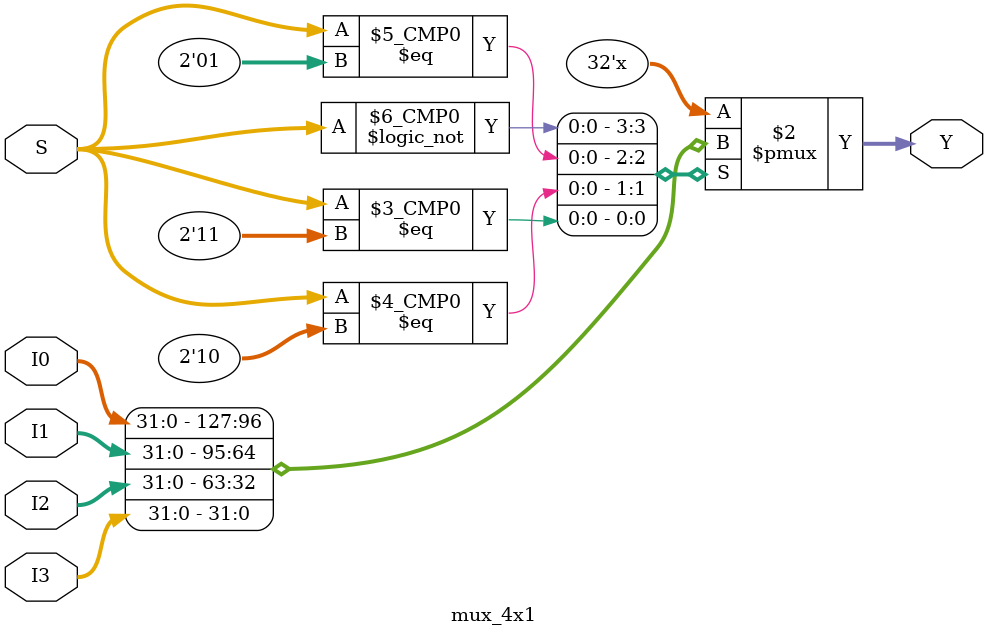
<source format=v>
module mux_4x1(output reg [31:0] Y, input [1:0] S, input [31:0] I0, I1, I2, I3);
always @(S, I0,I1,I2,I3)
	case (S)
		2'b00: Y=I0;
		2'b01: Y=I1;
		2'b10: Y=I2;
		2'b11: Y=I3; 
	endcase
endmodule
</source>
